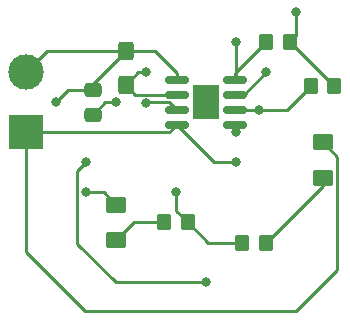
<source format=gbr>
%TF.GenerationSoftware,KiCad,Pcbnew,(6.0.10)*%
%TF.CreationDate,2023-03-03T00:14:05-08:00*%
%TF.ProjectId,ex 2,65782032-2e6b-4696-9361-645f70636258,rev?*%
%TF.SameCoordinates,Original*%
%TF.FileFunction,Copper,L1,Top*%
%TF.FilePolarity,Positive*%
%FSLAX46Y46*%
G04 Gerber Fmt 4.6, Leading zero omitted, Abs format (unit mm)*
G04 Created by KiCad (PCBNEW (6.0.10)) date 2023-03-03 00:14:05*
%MOMM*%
%LPD*%
G01*
G04 APERTURE LIST*
G04 Aperture macros list*
%AMRoundRect*
0 Rectangle with rounded corners*
0 $1 Rounding radius*
0 $2 $3 $4 $5 $6 $7 $8 $9 X,Y pos of 4 corners*
0 Add a 4 corners polygon primitive as box body*
4,1,4,$2,$3,$4,$5,$6,$7,$8,$9,$2,$3,0*
0 Add four circle primitives for the rounded corners*
1,1,$1+$1,$2,$3*
1,1,$1+$1,$4,$5*
1,1,$1+$1,$6,$7*
1,1,$1+$1,$8,$9*
0 Add four rect primitives between the rounded corners*
20,1,$1+$1,$2,$3,$4,$5,0*
20,1,$1+$1,$4,$5,$6,$7,0*
20,1,$1+$1,$6,$7,$8,$9,0*
20,1,$1+$1,$8,$9,$2,$3,0*%
G04 Aperture macros list end*
%TA.AperFunction,SMDPad,CuDef*%
%ADD10RoundRect,0.250000X0.350000X0.450000X-0.350000X0.450000X-0.350000X-0.450000X0.350000X-0.450000X0*%
%TD*%
%TA.AperFunction,ComponentPad*%
%ADD11R,3.000000X3.000000*%
%TD*%
%TA.AperFunction,ComponentPad*%
%ADD12C,3.000000*%
%TD*%
%TA.AperFunction,SMDPad,CuDef*%
%ADD13RoundRect,0.250000X-0.350000X-0.450000X0.350000X-0.450000X0.350000X0.450000X-0.350000X0.450000X0*%
%TD*%
%TA.AperFunction,SMDPad,CuDef*%
%ADD14RoundRect,0.250001X-0.624999X0.462499X-0.624999X-0.462499X0.624999X-0.462499X0.624999X0.462499X0*%
%TD*%
%TA.AperFunction,SMDPad,CuDef*%
%ADD15RoundRect,0.250000X0.475000X-0.337500X0.475000X0.337500X-0.475000X0.337500X-0.475000X-0.337500X0*%
%TD*%
%TA.AperFunction,SMDPad,CuDef*%
%ADD16RoundRect,0.250000X0.425000X-0.537500X0.425000X0.537500X-0.425000X0.537500X-0.425000X-0.537500X0*%
%TD*%
%TA.AperFunction,SMDPad,CuDef*%
%ADD17RoundRect,0.150000X-0.825000X-0.150000X0.825000X-0.150000X0.825000X0.150000X-0.825000X0.150000X0*%
%TD*%
%TA.AperFunction,SMDPad,CuDef*%
%ADD18R,2.290000X3.000000*%
%TD*%
%TA.AperFunction,SMDPad,CuDef*%
%ADD19RoundRect,0.250001X0.624999X-0.462499X0.624999X0.462499X-0.624999X0.462499X-0.624999X-0.462499X0*%
%TD*%
%TA.AperFunction,ViaPad*%
%ADD20C,0.800000*%
%TD*%
%TA.AperFunction,Conductor*%
%ADD21C,0.250000*%
%TD*%
G04 APERTURE END LIST*
D10*
%TO.P,R2,1*%
%TO.N,/pin_7*%
X160727064Y-79920000D03*
%TO.P,R2,2*%
%TO.N,/pin_2*%
X158727064Y-79920000D03*
%TD*%
D11*
%TO.P,J1,1,Pin_1*%
%TO.N,+9V*%
X134620000Y-83820000D03*
D12*
%TO.P,J1,2,Pin_2*%
%TO.N,GND*%
X134620000Y-78740000D03*
%TD*%
D13*
%TO.P,R1,1*%
%TO.N,+9V*%
X154940000Y-76200000D03*
%TO.P,R1,2*%
%TO.N,/pin_7*%
X156940000Y-76200000D03*
%TD*%
D14*
%TO.P,D2,1,K*%
%TO.N,GND*%
X142240000Y-89952500D03*
%TO.P,D2,2,A*%
%TO.N,Net-(D2-Pad2)*%
X142240000Y-92927500D03*
%TD*%
D15*
%TO.P,C2,1*%
%TO.N,Net-(C2-Pad1)*%
X140255000Y-82317500D03*
%TO.P,C2,2*%
%TO.N,GND*%
X140255000Y-80242500D03*
%TD*%
D10*
%TO.P,R3,1*%
%TO.N,Net-(D1-Pad1)*%
X154940000Y-93145000D03*
%TO.P,R3,2*%
%TO.N,/pin_3*%
X152940000Y-93145000D03*
%TD*%
D16*
%TO.P,C1,1*%
%TO.N,/pin_2*%
X143040000Y-79837500D03*
%TO.P,C1,2*%
%TO.N,GND*%
X143040000Y-76962500D03*
%TD*%
D17*
%TO.P,U1,1,GND*%
%TO.N,GND*%
X147385000Y-79375000D03*
%TO.P,U1,2,TR*%
%TO.N,/pin_2*%
X147385000Y-80645000D03*
%TO.P,U1,3,Q*%
%TO.N,/pin_3*%
X147385000Y-81915000D03*
%TO.P,U1,4,R*%
%TO.N,+9V*%
X147385000Y-83185000D03*
%TO.P,U1,5,CV*%
%TO.N,Net-(C2-Pad1)*%
X152335000Y-83185000D03*
%TO.P,U1,6,THR*%
%TO.N,/pin_2*%
X152335000Y-81915000D03*
%TO.P,U1,7,DIS*%
%TO.N,/pin_7*%
X152335000Y-80645000D03*
%TO.P,U1,8,VCC*%
%TO.N,+9V*%
X152335000Y-79375000D03*
D18*
%TO.P,U1,9*%
%TO.N,N/C*%
X149860000Y-81280000D03*
%TD*%
D19*
%TO.P,D1,1,K*%
%TO.N,Net-(D1-Pad1)*%
X159762500Y-87642500D03*
%TO.P,D1,2,A*%
%TO.N,+9V*%
X159762500Y-84667500D03*
%TD*%
D10*
%TO.P,R4,1*%
%TO.N,/pin_3*%
X148320000Y-91440000D03*
%TO.P,R4,2*%
%TO.N,Net-(D2-Pad2)*%
X146320000Y-91440000D03*
%TD*%
D20*
%TO.N,/pin_2*%
X154305000Y-81915000D03*
X144780000Y-78740000D03*
%TO.N,GND*%
X139700000Y-88900000D03*
X137160000Y-81280000D03*
%TO.N,Net-(C2-Pad1)*%
X152400000Y-83820000D03*
X139700000Y-86360000D03*
X149860000Y-96520000D03*
X142240000Y-81280000D03*
%TO.N,+9V*%
X152400000Y-86360000D03*
X152400000Y-76200000D03*
%TO.N,/pin_7*%
X154940000Y-78740000D03*
X157480000Y-73660000D03*
%TO.N,/pin_3*%
X147320000Y-88900000D03*
X144780000Y-81369500D03*
%TD*%
D21*
%TO.N,/pin_2*%
X144137500Y-78740000D02*
X144780000Y-78740000D01*
X156732064Y-81915000D02*
X154305000Y-81915000D01*
X143040000Y-79837500D02*
X143847500Y-80645000D01*
X143847500Y-80645000D02*
X147385000Y-80645000D01*
X154305000Y-81915000D02*
X152335000Y-81915000D01*
X158727064Y-79920000D02*
X156732064Y-81915000D01*
X143040000Y-79837500D02*
X144137500Y-78740000D01*
%TO.N,GND*%
X141187500Y-88900000D02*
X142240000Y-89952500D01*
X139700000Y-88900000D02*
X141187500Y-88900000D01*
X143040000Y-76962500D02*
X145542500Y-76962500D01*
X136397500Y-76962500D02*
X143040000Y-76962500D01*
X147385000Y-78805000D02*
X147385000Y-79375000D01*
X140255000Y-79747500D02*
X140255000Y-80242500D01*
X138197500Y-80242500D02*
X137160000Y-81280000D01*
X145542500Y-76962500D02*
X147385000Y-78805000D01*
X143040000Y-76962500D02*
X140255000Y-79747500D01*
X134620000Y-78740000D02*
X136397500Y-76962500D01*
X140255000Y-80242500D02*
X138197500Y-80242500D01*
%TO.N,Net-(C2-Pad1)*%
X139700000Y-86360000D02*
X138975000Y-87085000D01*
X140255000Y-82317500D02*
X141292500Y-81280000D01*
X138975000Y-87085000D02*
X138975000Y-93255000D01*
X142240000Y-96520000D02*
X149860000Y-96520000D01*
X138975000Y-93255000D02*
X142240000Y-96520000D01*
X152400000Y-83820000D02*
X152400000Y-83250000D01*
X141292500Y-81280000D02*
X142240000Y-81280000D01*
X152400000Y-83250000D02*
X152335000Y-83185000D01*
%TO.N,Net-(D1-Pad1)*%
X154940000Y-93145000D02*
X159762500Y-88322500D01*
X159762500Y-88322500D02*
X159762500Y-87642500D01*
%TO.N,+9V*%
X139575000Y-98935000D02*
X134620000Y-93980000D01*
X150560000Y-86360000D02*
X152400000Y-86360000D01*
X160962500Y-95452500D02*
X157480000Y-98935000D01*
X157480000Y-98935000D02*
X139575000Y-98935000D01*
X154940000Y-76200000D02*
X152335000Y-78805000D01*
X152335000Y-78805000D02*
X152335000Y-79375000D01*
X159762500Y-84667500D02*
X160962500Y-85867500D01*
X152400000Y-76200000D02*
X152400000Y-79310000D01*
X147385000Y-83185000D02*
X150560000Y-86360000D01*
X152400000Y-79310000D02*
X152335000Y-79375000D01*
X134620000Y-83820000D02*
X146750000Y-83820000D01*
X146750000Y-83820000D02*
X147385000Y-83185000D01*
X160962500Y-85867500D02*
X160962500Y-95452500D01*
X134620000Y-93980000D02*
X134620000Y-83820000D01*
%TO.N,Net-(D2-Pad2)*%
X142240000Y-92927500D02*
X143727500Y-91440000D01*
X143727500Y-91440000D02*
X146320000Y-91440000D01*
%TO.N,/pin_7*%
X153035000Y-80645000D02*
X154940000Y-78740000D01*
X157480000Y-73660000D02*
X157480000Y-75660000D01*
X156940000Y-76200000D02*
X156780000Y-76200000D01*
X152335000Y-80645000D02*
X153035000Y-80645000D01*
X156940000Y-76200000D02*
X160660000Y-79920000D01*
X160660000Y-79920000D02*
X160727064Y-79920000D01*
X157480000Y-75660000D02*
X156940000Y-76200000D01*
%TO.N,/pin_3*%
X147320000Y-90440000D02*
X148320000Y-91440000D01*
X146750000Y-81280000D02*
X144780000Y-81280000D01*
X144780000Y-81280000D02*
X144780000Y-81369500D01*
X147320000Y-88900000D02*
X147320000Y-90440000D01*
X148320000Y-91440000D02*
X150025000Y-93145000D01*
X147385000Y-81915000D02*
X146750000Y-81280000D01*
X150025000Y-93145000D02*
X152940000Y-93145000D01*
%TD*%
M02*

</source>
